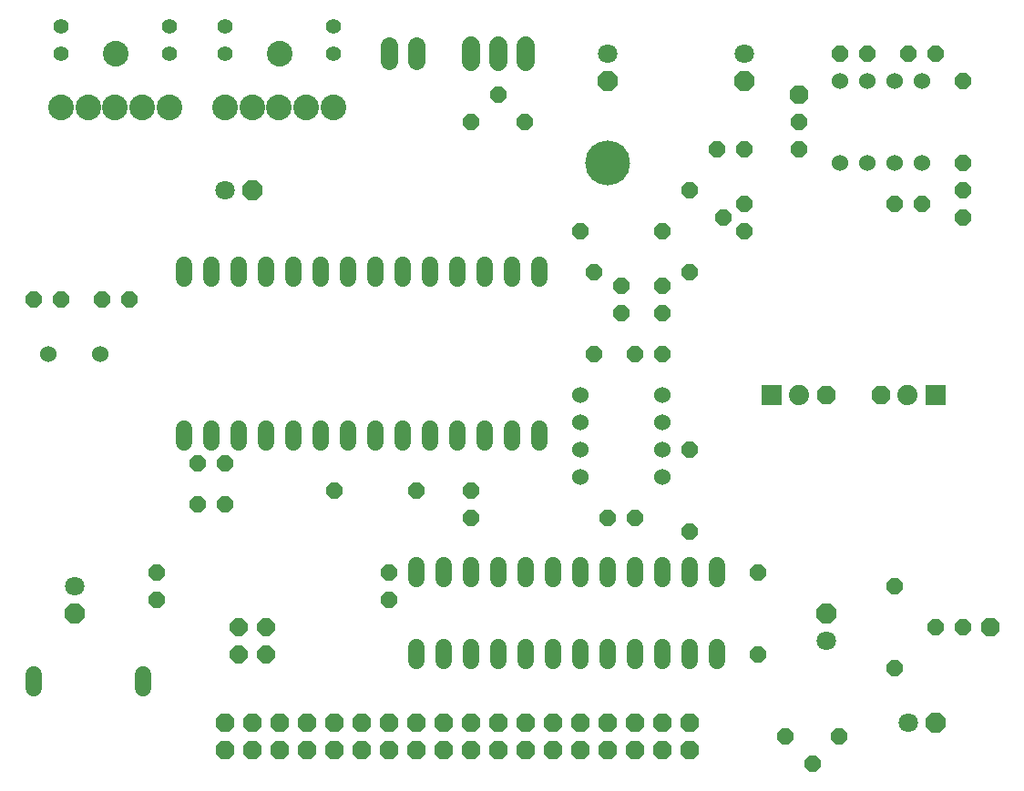
<source format=gts>
G04 EAGLE Gerber RS-274X export*
G75*
%MOMM*%
%FSLAX34Y34*%
%LPD*%
%INSoldermask Top*%
%IPPOS*%
%AMOC8*
5,1,8,0,0,1.08239X$1,22.5*%
G01*
%ADD10P,1.649562X8X292.500000*%
%ADD11P,1.951982X8X292.500000*%
%ADD12C,1.803400*%
%ADD13C,1.524000*%
%ADD14C,1.524000*%
%ADD15P,1.649562X8X22.500000*%
%ADD16P,1.649562X8X202.500000*%
%ADD17P,1.649562X8X112.500000*%
%ADD18C,1.625600*%
%ADD19C,2.387600*%
%ADD20C,1.403200*%
%ADD21P,1.869504X8X22.500000*%
%ADD22P,1.951982X8X22.500000*%
%ADD23P,1.951982X8X112.500000*%
%ADD24C,4.165600*%
%ADD25P,1.869504X8X202.500000*%
%ADD26C,1.727200*%
%ADD27R,1.917700X1.917700*%
%ADD28C,1.879600*%
%ADD29P,1.759533X8X22.500000*%


D10*
X355600Y215900D03*
X355600Y190500D03*
D11*
X63500Y177800D03*
D12*
X63500Y203200D03*
D13*
X165100Y336296D02*
X165100Y349504D01*
X190500Y349504D02*
X190500Y336296D01*
X215900Y336296D02*
X215900Y349504D01*
X241300Y349504D02*
X241300Y336296D01*
X266700Y336296D02*
X266700Y349504D01*
X292100Y349504D02*
X292100Y336296D01*
X317500Y336296D02*
X317500Y349504D01*
X342900Y349504D02*
X342900Y336296D01*
X368300Y336296D02*
X368300Y349504D01*
X393700Y349504D02*
X393700Y336296D01*
X419100Y336296D02*
X419100Y349504D01*
X444500Y349504D02*
X444500Y336296D01*
X469900Y336296D02*
X469900Y349504D01*
X495300Y349504D02*
X495300Y336296D01*
X495300Y488696D02*
X495300Y501904D01*
X469900Y501904D02*
X469900Y488696D01*
X444500Y488696D02*
X444500Y501904D01*
X419100Y501904D02*
X419100Y488696D01*
X393700Y488696D02*
X393700Y501904D01*
X368300Y501904D02*
X368300Y488696D01*
X342900Y488696D02*
X342900Y501904D01*
X317500Y501904D02*
X317500Y488696D01*
X292100Y488696D02*
X292100Y501904D01*
X266700Y501904D02*
X266700Y488696D01*
X241300Y488696D02*
X241300Y501904D01*
X215900Y501904D02*
X215900Y488696D01*
X190500Y488696D02*
X190500Y501904D01*
X165100Y501904D02*
X165100Y488696D01*
D14*
X87630Y419100D03*
X39370Y419100D03*
D15*
X88900Y469900D03*
X114300Y469900D03*
D16*
X50800Y469900D03*
X25400Y469900D03*
X203200Y279400D03*
X177800Y279400D03*
X203200Y317500D03*
X177800Y317500D03*
X432054Y635000D03*
X482346Y635000D03*
X457200Y660400D03*
X685800Y609600D03*
X660400Y609600D03*
D14*
X774700Y596900D03*
X800100Y596900D03*
X800100Y673100D03*
X774700Y673100D03*
X825500Y596900D03*
X850900Y596900D03*
X825500Y673100D03*
X850900Y673100D03*
D16*
X800100Y698500D03*
X774700Y698500D03*
D10*
X736600Y635000D03*
X736600Y609600D03*
D15*
X838200Y698500D03*
X863600Y698500D03*
D17*
X889000Y596900D03*
X889000Y673100D03*
D10*
X889000Y571500D03*
X889000Y546100D03*
D18*
X381000Y691388D02*
X381000Y705612D01*
X355600Y705612D02*
X355600Y691388D01*
D19*
X254000Y698500D03*
X279000Y648500D03*
X304000Y648500D03*
X229000Y648500D03*
X204000Y648500D03*
D20*
X304000Y698500D03*
X304000Y723500D03*
X204000Y723500D03*
X204000Y698500D03*
D19*
X253600Y648500D03*
D21*
X736600Y660400D03*
D10*
X825500Y203200D03*
X825500Y127000D03*
D22*
X863600Y76200D03*
D12*
X838200Y76200D03*
D23*
X762000Y177800D03*
D12*
X762000Y152400D03*
D15*
X863600Y165100D03*
X889000Y165100D03*
D19*
X101600Y698500D03*
X126600Y648500D03*
X151600Y648500D03*
X76600Y648500D03*
X51600Y648500D03*
D20*
X151600Y698500D03*
X151600Y723500D03*
X51600Y723500D03*
X51600Y698500D03*
D19*
X101200Y648500D03*
D21*
X914400Y165100D03*
D10*
X635000Y330200D03*
X635000Y254000D03*
D16*
X584200Y266700D03*
X558800Y266700D03*
D14*
X533400Y381000D03*
X533400Y355600D03*
X609600Y355600D03*
X609600Y381000D03*
X533400Y330200D03*
X533400Y304800D03*
X609600Y330200D03*
X609600Y304800D03*
D10*
X571500Y482600D03*
X571500Y457200D03*
D17*
X546100Y419100D03*
X546100Y495300D03*
X609600Y457200D03*
X609600Y482600D03*
D16*
X609600Y419100D03*
X584200Y419100D03*
X381000Y292100D03*
X304800Y292100D03*
D10*
X431800Y292100D03*
X431800Y266700D03*
D22*
X228600Y571500D03*
D12*
X203200Y571500D03*
D15*
X533400Y533400D03*
X609600Y533400D03*
X825500Y558800D03*
X850900Y558800D03*
D10*
X139700Y215900D03*
X139700Y190500D03*
D24*
X558800Y596900D03*
D25*
X635000Y76200D03*
X609600Y76200D03*
X584200Y76200D03*
X558800Y76200D03*
X533400Y76200D03*
X508000Y76200D03*
X635000Y50800D03*
X609600Y50800D03*
X584200Y50800D03*
X558800Y50800D03*
X533400Y50800D03*
X508000Y50800D03*
X482600Y76200D03*
X482600Y50800D03*
X457200Y76200D03*
X431800Y76200D03*
X406400Y76200D03*
X381000Y76200D03*
X355600Y76200D03*
X330200Y76200D03*
X457200Y50800D03*
X431800Y50800D03*
X406400Y50800D03*
X381000Y50800D03*
X355600Y50800D03*
X330200Y50800D03*
X304800Y76200D03*
X304800Y50800D03*
X279400Y76200D03*
X254000Y76200D03*
X228600Y76200D03*
X203200Y76200D03*
X279400Y50800D03*
X254000Y50800D03*
X228600Y50800D03*
X203200Y50800D03*
D13*
X127000Y107696D02*
X127000Y120904D01*
X25400Y120904D02*
X25400Y107696D01*
D26*
X482600Y690880D02*
X482600Y706120D01*
X457200Y706120D02*
X457200Y690880D01*
X431800Y690880D02*
X431800Y706120D01*
D13*
X381000Y146304D02*
X381000Y133096D01*
X406400Y133096D02*
X406400Y146304D01*
X431800Y146304D02*
X431800Y133096D01*
X457200Y133096D02*
X457200Y146304D01*
X482600Y146304D02*
X482600Y133096D01*
X508000Y133096D02*
X508000Y146304D01*
X533400Y146304D02*
X533400Y133096D01*
X558800Y133096D02*
X558800Y146304D01*
X584200Y146304D02*
X584200Y133096D01*
X609600Y133096D02*
X609600Y146304D01*
X635000Y146304D02*
X635000Y133096D01*
X660400Y133096D02*
X660400Y146304D01*
X660400Y209296D02*
X660400Y222504D01*
X635000Y222504D02*
X635000Y209296D01*
X609600Y209296D02*
X609600Y222504D01*
X584200Y222504D02*
X584200Y209296D01*
X558800Y209296D02*
X558800Y222504D01*
X533400Y222504D02*
X533400Y209296D01*
X508000Y209296D02*
X508000Y222504D01*
X482600Y222504D02*
X482600Y209296D01*
X457200Y209296D02*
X457200Y222504D01*
X431800Y222504D02*
X431800Y209296D01*
X406400Y209296D02*
X406400Y222504D01*
X381000Y222504D02*
X381000Y209296D01*
D15*
X774446Y63500D03*
X724154Y63500D03*
X749300Y38100D03*
D27*
X711200Y381000D03*
X863600Y381000D03*
D28*
X737400Y381000D03*
X837400Y381000D03*
D21*
X812800Y381000D03*
X762000Y381000D03*
D11*
X685800Y673100D03*
D12*
X685800Y698500D03*
D10*
X698500Y215900D03*
X698500Y139700D03*
D17*
X685800Y558800D03*
X666750Y546100D03*
X685800Y533400D03*
D10*
X635000Y571500D03*
X635000Y495300D03*
D29*
X215900Y139700D03*
X215900Y165100D03*
X241300Y139700D03*
X241300Y165100D03*
D11*
X558800Y673100D03*
D12*
X558800Y698500D03*
M02*

</source>
